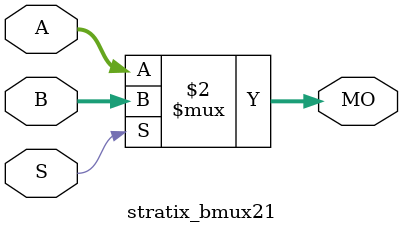
<source format=v>
module stratix_bmux21 (MO, A, B, S);
   input [15:0] A, B;
   input 	S;
   output [15:0] MO; 
   assign MO = (S == 1) ? B : A; 
endmodule
</source>
